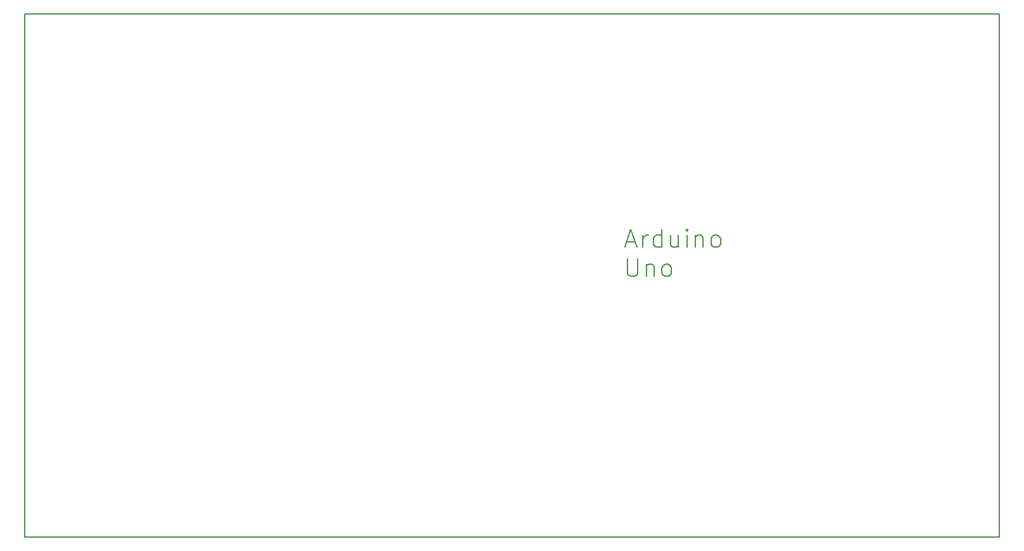
<source format=gm1>
G04 #@! TF.FileFunction,Profile,NP*
%FSLAX46Y46*%
G04 Gerber Fmt 4.6, Leading zero omitted, Abs format (unit mm)*
G04 Created by KiCad (PCBNEW 4.0.2+dfsg1-stable) date vie 26 may 2017 18:32:50 CEST*
%MOMM*%
G01*
G04 APERTURE LIST*
%ADD10C,0.100000*%
%ADD11C,0.150000*%
%ADD12C,0.203200*%
G04 APERTURE END LIST*
D10*
D11*
X93002100Y-111226600D02*
X223050100Y-111226600D01*
X93002100Y-41249600D02*
X93002100Y-111226600D01*
X223050100Y-41249600D02*
X93002100Y-41249600D01*
X223050100Y-111226600D02*
X223050100Y-41249600D01*
D12*
X173293919Y-71763467D02*
X174442967Y-71763467D01*
X173064110Y-72452895D02*
X173868443Y-70039895D01*
X174672776Y-72452895D01*
X175477110Y-72452895D02*
X175477110Y-70844229D01*
X175477110Y-71303848D02*
X175592015Y-71074038D01*
X175706919Y-70959133D01*
X175936729Y-70844229D01*
X176166538Y-70844229D01*
X178005015Y-72452895D02*
X178005015Y-70039895D01*
X178005015Y-72337990D02*
X177775205Y-72452895D01*
X177315586Y-72452895D01*
X177085777Y-72337990D01*
X176970872Y-72223086D01*
X176855967Y-71993276D01*
X176855967Y-71303848D01*
X176970872Y-71074038D01*
X177085777Y-70959133D01*
X177315586Y-70844229D01*
X177775205Y-70844229D01*
X178005015Y-70959133D01*
X180188205Y-70844229D02*
X180188205Y-72452895D01*
X179154062Y-70844229D02*
X179154062Y-72108181D01*
X179268967Y-72337990D01*
X179498776Y-72452895D01*
X179843490Y-72452895D01*
X180073300Y-72337990D01*
X180188205Y-72223086D01*
X181337252Y-72452895D02*
X181337252Y-70844229D01*
X181337252Y-70039895D02*
X181222347Y-70154800D01*
X181337252Y-70269705D01*
X181452157Y-70154800D01*
X181337252Y-70039895D01*
X181337252Y-70269705D01*
X182486300Y-70844229D02*
X182486300Y-72452895D01*
X182486300Y-71074038D02*
X182601205Y-70959133D01*
X182831014Y-70844229D01*
X183175728Y-70844229D01*
X183405538Y-70959133D01*
X183520443Y-71188943D01*
X183520443Y-72452895D01*
X185014204Y-72452895D02*
X184784395Y-72337990D01*
X184669490Y-72223086D01*
X184554585Y-71993276D01*
X184554585Y-71303848D01*
X184669490Y-71074038D01*
X184784395Y-70959133D01*
X185014204Y-70844229D01*
X185358918Y-70844229D01*
X185588728Y-70959133D01*
X185703633Y-71074038D01*
X185818537Y-71303848D01*
X185818537Y-71993276D01*
X185703633Y-72223086D01*
X185588728Y-72337990D01*
X185358918Y-72452895D01*
X185014204Y-72452895D01*
X173408824Y-73926095D02*
X173408824Y-75879476D01*
X173523729Y-76109286D01*
X173638633Y-76224190D01*
X173868443Y-76339095D01*
X174328062Y-76339095D01*
X174557871Y-76224190D01*
X174672776Y-76109286D01*
X174787681Y-75879476D01*
X174787681Y-73926095D01*
X175936729Y-74730429D02*
X175936729Y-76339095D01*
X175936729Y-74960238D02*
X176051634Y-74845333D01*
X176281443Y-74730429D01*
X176626157Y-74730429D01*
X176855967Y-74845333D01*
X176970872Y-75075143D01*
X176970872Y-76339095D01*
X178464633Y-76339095D02*
X178234824Y-76224190D01*
X178119919Y-76109286D01*
X178005014Y-75879476D01*
X178005014Y-75190048D01*
X178119919Y-74960238D01*
X178234824Y-74845333D01*
X178464633Y-74730429D01*
X178809347Y-74730429D01*
X179039157Y-74845333D01*
X179154062Y-74960238D01*
X179268966Y-75190048D01*
X179268966Y-75879476D01*
X179154062Y-76109286D01*
X179039157Y-76224190D01*
X178809347Y-76339095D01*
X178464633Y-76339095D01*
M02*

</source>
